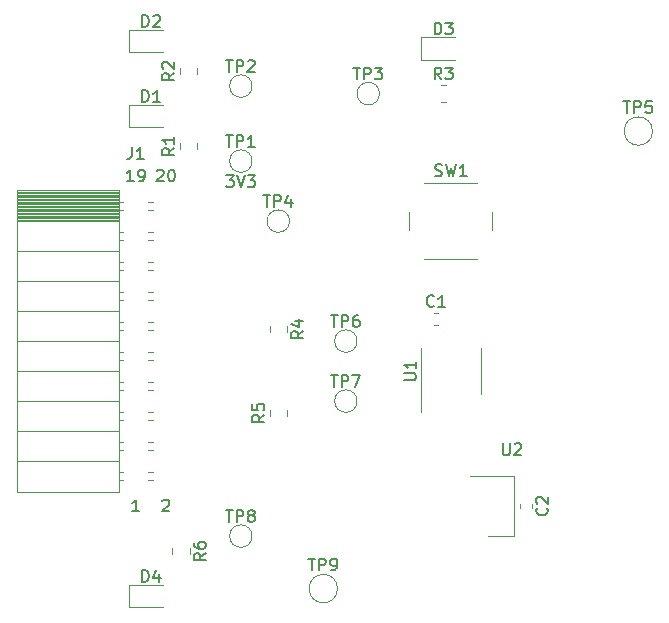
<source format=gbr>
%TF.GenerationSoftware,KiCad,Pcbnew,(6.0.7)*%
%TF.CreationDate,2022-10-05T11:52:24+02:00*%
%TF.ProjectId,STK3700_Expansion_board,53544b33-3730-4305-9f45-7870616e7369,rev?*%
%TF.SameCoordinates,Original*%
%TF.FileFunction,Legend,Top*%
%TF.FilePolarity,Positive*%
%FSLAX46Y46*%
G04 Gerber Fmt 4.6, Leading zero omitted, Abs format (unit mm)*
G04 Created by KiCad (PCBNEW (6.0.7)) date 2022-10-05 11:52:24*
%MOMM*%
%LPD*%
G01*
G04 APERTURE LIST*
%ADD10C,0.150000*%
%ADD11C,0.120000*%
G04 APERTURE END LIST*
D10*
%TO.C,U1*%
X83682380Y-74421904D02*
X84491904Y-74421904D01*
X84587142Y-74374285D01*
X84634761Y-74326666D01*
X84682380Y-74231428D01*
X84682380Y-74040952D01*
X84634761Y-73945714D01*
X84587142Y-73898095D01*
X84491904Y-73850476D01*
X83682380Y-73850476D01*
X84682380Y-72850476D02*
X84682380Y-73421904D01*
X84682380Y-73136190D02*
X83682380Y-73136190D01*
X83825238Y-73231428D01*
X83920476Y-73326666D01*
X83968095Y-73421904D01*
%TO.C,U2*%
X92038095Y-79772380D02*
X92038095Y-80581904D01*
X92085714Y-80677142D01*
X92133333Y-80724761D01*
X92228571Y-80772380D01*
X92419047Y-80772380D01*
X92514285Y-80724761D01*
X92561904Y-80677142D01*
X92609523Y-80581904D01*
X92609523Y-79772380D01*
X93038095Y-79867619D02*
X93085714Y-79820000D01*
X93180952Y-79772380D01*
X93419047Y-79772380D01*
X93514285Y-79820000D01*
X93561904Y-79867619D01*
X93609523Y-79962857D01*
X93609523Y-80058095D01*
X93561904Y-80200952D01*
X92990476Y-80772380D01*
X93609523Y-80772380D01*
%TO.C,TP1*%
X68588095Y-53684380D02*
X69159523Y-53684380D01*
X68873809Y-54684380D02*
X68873809Y-53684380D01*
X69492857Y-54684380D02*
X69492857Y-53684380D01*
X69873809Y-53684380D01*
X69969047Y-53732000D01*
X70016666Y-53779619D01*
X70064285Y-53874857D01*
X70064285Y-54017714D01*
X70016666Y-54112952D01*
X69969047Y-54160571D01*
X69873809Y-54208190D01*
X69492857Y-54208190D01*
X71016666Y-54684380D02*
X70445238Y-54684380D01*
X70730952Y-54684380D02*
X70730952Y-53684380D01*
X70635714Y-53827238D01*
X70540476Y-53922476D01*
X70445238Y-53970095D01*
X68611904Y-57082380D02*
X69230952Y-57082380D01*
X68897619Y-57463333D01*
X69040476Y-57463333D01*
X69135714Y-57510952D01*
X69183333Y-57558571D01*
X69230952Y-57653809D01*
X69230952Y-57891904D01*
X69183333Y-57987142D01*
X69135714Y-58034761D01*
X69040476Y-58082380D01*
X68754761Y-58082380D01*
X68659523Y-58034761D01*
X68611904Y-57987142D01*
X69516666Y-57082380D02*
X69850000Y-58082380D01*
X70183333Y-57082380D01*
X70421428Y-57082380D02*
X71040476Y-57082380D01*
X70707142Y-57463333D01*
X70850000Y-57463333D01*
X70945238Y-57510952D01*
X70992857Y-57558571D01*
X71040476Y-57653809D01*
X71040476Y-57891904D01*
X70992857Y-57987142D01*
X70945238Y-58034761D01*
X70850000Y-58082380D01*
X70564285Y-58082380D01*
X70469047Y-58034761D01*
X70421428Y-57987142D01*
%TO.C,TP2*%
X68588095Y-47334380D02*
X69159523Y-47334380D01*
X68873809Y-48334380D02*
X68873809Y-47334380D01*
X69492857Y-48334380D02*
X69492857Y-47334380D01*
X69873809Y-47334380D01*
X69969047Y-47382000D01*
X70016666Y-47429619D01*
X70064285Y-47524857D01*
X70064285Y-47667714D01*
X70016666Y-47762952D01*
X69969047Y-47810571D01*
X69873809Y-47858190D01*
X69492857Y-47858190D01*
X70445238Y-47429619D02*
X70492857Y-47382000D01*
X70588095Y-47334380D01*
X70826190Y-47334380D01*
X70921428Y-47382000D01*
X70969047Y-47429619D01*
X71016666Y-47524857D01*
X71016666Y-47620095D01*
X70969047Y-47762952D01*
X70397619Y-48334380D01*
X71016666Y-48334380D01*
%TO.C,TP3*%
X79383095Y-47969380D02*
X79954523Y-47969380D01*
X79668809Y-48969380D02*
X79668809Y-47969380D01*
X80287857Y-48969380D02*
X80287857Y-47969380D01*
X80668809Y-47969380D01*
X80764047Y-48017000D01*
X80811666Y-48064619D01*
X80859285Y-48159857D01*
X80859285Y-48302714D01*
X80811666Y-48397952D01*
X80764047Y-48445571D01*
X80668809Y-48493190D01*
X80287857Y-48493190D01*
X81192619Y-47969380D02*
X81811666Y-47969380D01*
X81478333Y-48350333D01*
X81621190Y-48350333D01*
X81716428Y-48397952D01*
X81764047Y-48445571D01*
X81811666Y-48540809D01*
X81811666Y-48778904D01*
X81764047Y-48874142D01*
X81716428Y-48921761D01*
X81621190Y-48969380D01*
X81335476Y-48969380D01*
X81240238Y-48921761D01*
X81192619Y-48874142D01*
%TO.C,TP4*%
X71763095Y-58764380D02*
X72334523Y-58764380D01*
X72048809Y-59764380D02*
X72048809Y-58764380D01*
X72667857Y-59764380D02*
X72667857Y-58764380D01*
X73048809Y-58764380D01*
X73144047Y-58812000D01*
X73191666Y-58859619D01*
X73239285Y-58954857D01*
X73239285Y-59097714D01*
X73191666Y-59192952D01*
X73144047Y-59240571D01*
X73048809Y-59288190D01*
X72667857Y-59288190D01*
X74096428Y-59097714D02*
X74096428Y-59764380D01*
X73858333Y-58716761D02*
X73620238Y-59431047D01*
X74239285Y-59431047D01*
%TO.C,TP6*%
X77478095Y-68924380D02*
X78049523Y-68924380D01*
X77763809Y-69924380D02*
X77763809Y-68924380D01*
X78382857Y-69924380D02*
X78382857Y-68924380D01*
X78763809Y-68924380D01*
X78859047Y-68972000D01*
X78906666Y-69019619D01*
X78954285Y-69114857D01*
X78954285Y-69257714D01*
X78906666Y-69352952D01*
X78859047Y-69400571D01*
X78763809Y-69448190D01*
X78382857Y-69448190D01*
X79811428Y-68924380D02*
X79620952Y-68924380D01*
X79525714Y-68972000D01*
X79478095Y-69019619D01*
X79382857Y-69162476D01*
X79335238Y-69352952D01*
X79335238Y-69733904D01*
X79382857Y-69829142D01*
X79430476Y-69876761D01*
X79525714Y-69924380D01*
X79716190Y-69924380D01*
X79811428Y-69876761D01*
X79859047Y-69829142D01*
X79906666Y-69733904D01*
X79906666Y-69495809D01*
X79859047Y-69400571D01*
X79811428Y-69352952D01*
X79716190Y-69305333D01*
X79525714Y-69305333D01*
X79430476Y-69352952D01*
X79382857Y-69400571D01*
X79335238Y-69495809D01*
%TO.C,TP7*%
X77478095Y-74004380D02*
X78049523Y-74004380D01*
X77763809Y-75004380D02*
X77763809Y-74004380D01*
X78382857Y-75004380D02*
X78382857Y-74004380D01*
X78763809Y-74004380D01*
X78859047Y-74052000D01*
X78906666Y-74099619D01*
X78954285Y-74194857D01*
X78954285Y-74337714D01*
X78906666Y-74432952D01*
X78859047Y-74480571D01*
X78763809Y-74528190D01*
X78382857Y-74528190D01*
X79287619Y-74004380D02*
X79954285Y-74004380D01*
X79525714Y-75004380D01*
%TO.C,TP8*%
X68588095Y-85434380D02*
X69159523Y-85434380D01*
X68873809Y-86434380D02*
X68873809Y-85434380D01*
X69492857Y-86434380D02*
X69492857Y-85434380D01*
X69873809Y-85434380D01*
X69969047Y-85482000D01*
X70016666Y-85529619D01*
X70064285Y-85624857D01*
X70064285Y-85767714D01*
X70016666Y-85862952D01*
X69969047Y-85910571D01*
X69873809Y-85958190D01*
X69492857Y-85958190D01*
X70635714Y-85862952D02*
X70540476Y-85815333D01*
X70492857Y-85767714D01*
X70445238Y-85672476D01*
X70445238Y-85624857D01*
X70492857Y-85529619D01*
X70540476Y-85482000D01*
X70635714Y-85434380D01*
X70826190Y-85434380D01*
X70921428Y-85482000D01*
X70969047Y-85529619D01*
X71016666Y-85624857D01*
X71016666Y-85672476D01*
X70969047Y-85767714D01*
X70921428Y-85815333D01*
X70826190Y-85862952D01*
X70635714Y-85862952D01*
X70540476Y-85910571D01*
X70492857Y-85958190D01*
X70445238Y-86053428D01*
X70445238Y-86243904D01*
X70492857Y-86339142D01*
X70540476Y-86386761D01*
X70635714Y-86434380D01*
X70826190Y-86434380D01*
X70921428Y-86386761D01*
X70969047Y-86339142D01*
X71016666Y-86243904D01*
X71016666Y-86053428D01*
X70969047Y-85958190D01*
X70921428Y-85910571D01*
X70826190Y-85862952D01*
%TO.C,TP5*%
X102243095Y-50794380D02*
X102814523Y-50794380D01*
X102528809Y-51794380D02*
X102528809Y-50794380D01*
X103147857Y-51794380D02*
X103147857Y-50794380D01*
X103528809Y-50794380D01*
X103624047Y-50842000D01*
X103671666Y-50889619D01*
X103719285Y-50984857D01*
X103719285Y-51127714D01*
X103671666Y-51222952D01*
X103624047Y-51270571D01*
X103528809Y-51318190D01*
X103147857Y-51318190D01*
X104624047Y-50794380D02*
X104147857Y-50794380D01*
X104100238Y-51270571D01*
X104147857Y-51222952D01*
X104243095Y-51175333D01*
X104481190Y-51175333D01*
X104576428Y-51222952D01*
X104624047Y-51270571D01*
X104671666Y-51365809D01*
X104671666Y-51603904D01*
X104624047Y-51699142D01*
X104576428Y-51746761D01*
X104481190Y-51794380D01*
X104243095Y-51794380D01*
X104147857Y-51746761D01*
X104100238Y-51699142D01*
%TO.C,TP9*%
X75573095Y-89529380D02*
X76144523Y-89529380D01*
X75858809Y-90529380D02*
X75858809Y-89529380D01*
X76477857Y-90529380D02*
X76477857Y-89529380D01*
X76858809Y-89529380D01*
X76954047Y-89577000D01*
X77001666Y-89624619D01*
X77049285Y-89719857D01*
X77049285Y-89862714D01*
X77001666Y-89957952D01*
X76954047Y-90005571D01*
X76858809Y-90053190D01*
X76477857Y-90053190D01*
X77525476Y-90529380D02*
X77715952Y-90529380D01*
X77811190Y-90481761D01*
X77858809Y-90434142D01*
X77954047Y-90291285D01*
X78001666Y-90100809D01*
X78001666Y-89719857D01*
X77954047Y-89624619D01*
X77906428Y-89577000D01*
X77811190Y-89529380D01*
X77620714Y-89529380D01*
X77525476Y-89577000D01*
X77477857Y-89624619D01*
X77430238Y-89719857D01*
X77430238Y-89957952D01*
X77477857Y-90053190D01*
X77525476Y-90100809D01*
X77620714Y-90148428D01*
X77811190Y-90148428D01*
X77906428Y-90100809D01*
X77954047Y-90053190D01*
X78001666Y-89957952D01*
%TO.C,SW1*%
X86296666Y-57114761D02*
X86439523Y-57162380D01*
X86677619Y-57162380D01*
X86772857Y-57114761D01*
X86820476Y-57067142D01*
X86868095Y-56971904D01*
X86868095Y-56876666D01*
X86820476Y-56781428D01*
X86772857Y-56733809D01*
X86677619Y-56686190D01*
X86487142Y-56638571D01*
X86391904Y-56590952D01*
X86344285Y-56543333D01*
X86296666Y-56448095D01*
X86296666Y-56352857D01*
X86344285Y-56257619D01*
X86391904Y-56210000D01*
X86487142Y-56162380D01*
X86725238Y-56162380D01*
X86868095Y-56210000D01*
X87201428Y-56162380D02*
X87439523Y-57162380D01*
X87630000Y-56448095D01*
X87820476Y-57162380D01*
X88058571Y-56162380D01*
X88963333Y-57162380D02*
X88391904Y-57162380D01*
X88677619Y-57162380D02*
X88677619Y-56162380D01*
X88582380Y-56305238D01*
X88487142Y-56400476D01*
X88391904Y-56448095D01*
%TO.C,R4*%
X75127380Y-70270666D02*
X74651190Y-70604000D01*
X75127380Y-70842095D02*
X74127380Y-70842095D01*
X74127380Y-70461142D01*
X74175000Y-70365904D01*
X74222619Y-70318285D01*
X74317857Y-70270666D01*
X74460714Y-70270666D01*
X74555952Y-70318285D01*
X74603571Y-70365904D01*
X74651190Y-70461142D01*
X74651190Y-70842095D01*
X74460714Y-69413523D02*
X75127380Y-69413523D01*
X74079761Y-69651619D02*
X74794047Y-69889714D01*
X74794047Y-69270666D01*
%TO.C,R5*%
X71827380Y-77366666D02*
X71351190Y-77700000D01*
X71827380Y-77938095D02*
X70827380Y-77938095D01*
X70827380Y-77557142D01*
X70875000Y-77461904D01*
X70922619Y-77414285D01*
X71017857Y-77366666D01*
X71160714Y-77366666D01*
X71255952Y-77414285D01*
X71303571Y-77461904D01*
X71351190Y-77557142D01*
X71351190Y-77938095D01*
X70827380Y-76461904D02*
X70827380Y-76938095D01*
X71303571Y-76985714D01*
X71255952Y-76938095D01*
X71208333Y-76842857D01*
X71208333Y-76604761D01*
X71255952Y-76509523D01*
X71303571Y-76461904D01*
X71398809Y-76414285D01*
X71636904Y-76414285D01*
X71732142Y-76461904D01*
X71779761Y-76509523D01*
X71827380Y-76604761D01*
X71827380Y-76842857D01*
X71779761Y-76938095D01*
X71732142Y-76985714D01*
%TO.C,R6*%
X66872380Y-89066666D02*
X66396190Y-89400000D01*
X66872380Y-89638095D02*
X65872380Y-89638095D01*
X65872380Y-89257142D01*
X65920000Y-89161904D01*
X65967619Y-89114285D01*
X66062857Y-89066666D01*
X66205714Y-89066666D01*
X66300952Y-89114285D01*
X66348571Y-89161904D01*
X66396190Y-89257142D01*
X66396190Y-89638095D01*
X65872380Y-88209523D02*
X65872380Y-88400000D01*
X65920000Y-88495238D01*
X65967619Y-88542857D01*
X66110476Y-88638095D01*
X66300952Y-88685714D01*
X66681904Y-88685714D01*
X66777142Y-88638095D01*
X66824761Y-88590476D01*
X66872380Y-88495238D01*
X66872380Y-88304761D01*
X66824761Y-88209523D01*
X66777142Y-88161904D01*
X66681904Y-88114285D01*
X66443809Y-88114285D01*
X66348571Y-88161904D01*
X66300952Y-88209523D01*
X66253333Y-88304761D01*
X66253333Y-88495238D01*
X66300952Y-88590476D01*
X66348571Y-88638095D01*
X66443809Y-88685714D01*
%TO.C,R1*%
X64207380Y-54776666D02*
X63731190Y-55110000D01*
X64207380Y-55348095D02*
X63207380Y-55348095D01*
X63207380Y-54967142D01*
X63255000Y-54871904D01*
X63302619Y-54824285D01*
X63397857Y-54776666D01*
X63540714Y-54776666D01*
X63635952Y-54824285D01*
X63683571Y-54871904D01*
X63731190Y-54967142D01*
X63731190Y-55348095D01*
X64207380Y-53824285D02*
X64207380Y-54395714D01*
X64207380Y-54110000D02*
X63207380Y-54110000D01*
X63350238Y-54205238D01*
X63445476Y-54300476D01*
X63493095Y-54395714D01*
%TO.C,R2*%
X64207380Y-48426666D02*
X63731190Y-48760000D01*
X64207380Y-48998095D02*
X63207380Y-48998095D01*
X63207380Y-48617142D01*
X63255000Y-48521904D01*
X63302619Y-48474285D01*
X63397857Y-48426666D01*
X63540714Y-48426666D01*
X63635952Y-48474285D01*
X63683571Y-48521904D01*
X63731190Y-48617142D01*
X63731190Y-48998095D01*
X63302619Y-48045714D02*
X63255000Y-47998095D01*
X63207380Y-47902857D01*
X63207380Y-47664761D01*
X63255000Y-47569523D01*
X63302619Y-47521904D01*
X63397857Y-47474285D01*
X63493095Y-47474285D01*
X63635952Y-47521904D01*
X64207380Y-48093333D01*
X64207380Y-47474285D01*
%TO.C,R3*%
X86828333Y-48967380D02*
X86495000Y-48491190D01*
X86256904Y-48967380D02*
X86256904Y-47967380D01*
X86637857Y-47967380D01*
X86733095Y-48015000D01*
X86780714Y-48062619D01*
X86828333Y-48157857D01*
X86828333Y-48300714D01*
X86780714Y-48395952D01*
X86733095Y-48443571D01*
X86637857Y-48491190D01*
X86256904Y-48491190D01*
X87161666Y-47967380D02*
X87780714Y-47967380D01*
X87447380Y-48348333D01*
X87590238Y-48348333D01*
X87685476Y-48395952D01*
X87733095Y-48443571D01*
X87780714Y-48538809D01*
X87780714Y-48776904D01*
X87733095Y-48872142D01*
X87685476Y-48919761D01*
X87590238Y-48967380D01*
X87304523Y-48967380D01*
X87209285Y-48919761D01*
X87161666Y-48872142D01*
%TO.C,J1*%
X60626666Y-54697380D02*
X60626666Y-55411666D01*
X60579047Y-55554523D01*
X60483809Y-55649761D01*
X60340952Y-55697380D01*
X60245714Y-55697380D01*
X61626666Y-55697380D02*
X61055238Y-55697380D01*
X61340952Y-55697380D02*
X61340952Y-54697380D01*
X61245714Y-54840238D01*
X61150476Y-54935476D01*
X61055238Y-54983095D01*
X63214285Y-84637619D02*
X63261904Y-84590000D01*
X63357142Y-84542380D01*
X63595238Y-84542380D01*
X63690476Y-84590000D01*
X63738095Y-84637619D01*
X63785714Y-84732857D01*
X63785714Y-84828095D01*
X63738095Y-84970952D01*
X63166666Y-85542380D01*
X63785714Y-85542380D01*
X61245714Y-85542380D02*
X60674285Y-85542380D01*
X60960000Y-85542380D02*
X60960000Y-84542380D01*
X60864761Y-84685238D01*
X60769523Y-84780476D01*
X60674285Y-84828095D01*
X60769523Y-57602380D02*
X60198095Y-57602380D01*
X60483809Y-57602380D02*
X60483809Y-56602380D01*
X60388571Y-56745238D01*
X60293333Y-56840476D01*
X60198095Y-56888095D01*
X61245714Y-57602380D02*
X61436190Y-57602380D01*
X61531428Y-57554761D01*
X61579047Y-57507142D01*
X61674285Y-57364285D01*
X61721904Y-57173809D01*
X61721904Y-56792857D01*
X61674285Y-56697619D01*
X61626666Y-56650000D01*
X61531428Y-56602380D01*
X61340952Y-56602380D01*
X61245714Y-56650000D01*
X61198095Y-56697619D01*
X61150476Y-56792857D01*
X61150476Y-57030952D01*
X61198095Y-57126190D01*
X61245714Y-57173809D01*
X61340952Y-57221428D01*
X61531428Y-57221428D01*
X61626666Y-57173809D01*
X61674285Y-57126190D01*
X61721904Y-57030952D01*
X62738095Y-56697619D02*
X62785714Y-56650000D01*
X62880952Y-56602380D01*
X63119047Y-56602380D01*
X63214285Y-56650000D01*
X63261904Y-56697619D01*
X63309523Y-56792857D01*
X63309523Y-56888095D01*
X63261904Y-57030952D01*
X62690476Y-57602380D01*
X63309523Y-57602380D01*
X63928571Y-56602380D02*
X64023809Y-56602380D01*
X64119047Y-56650000D01*
X64166666Y-56697619D01*
X64214285Y-56792857D01*
X64261904Y-56983333D01*
X64261904Y-57221428D01*
X64214285Y-57411904D01*
X64166666Y-57507142D01*
X64119047Y-57554761D01*
X64023809Y-57602380D01*
X63928571Y-57602380D01*
X63833333Y-57554761D01*
X63785714Y-57507142D01*
X63738095Y-57411904D01*
X63690476Y-57221428D01*
X63690476Y-56983333D01*
X63738095Y-56792857D01*
X63785714Y-56697619D01*
X63833333Y-56650000D01*
X63928571Y-56602380D01*
%TO.C,D4*%
X61491904Y-91512380D02*
X61491904Y-90512380D01*
X61730000Y-90512380D01*
X61872857Y-90560000D01*
X61968095Y-90655238D01*
X62015714Y-90750476D01*
X62063333Y-90940952D01*
X62063333Y-91083809D01*
X62015714Y-91274285D01*
X61968095Y-91369523D01*
X61872857Y-91464761D01*
X61730000Y-91512380D01*
X61491904Y-91512380D01*
X62920476Y-90845714D02*
X62920476Y-91512380D01*
X62682380Y-90464761D02*
X62444285Y-91179047D01*
X63063333Y-91179047D01*
%TO.C,D1*%
X61491904Y-50872380D02*
X61491904Y-49872380D01*
X61730000Y-49872380D01*
X61872857Y-49920000D01*
X61968095Y-50015238D01*
X62015714Y-50110476D01*
X62063333Y-50300952D01*
X62063333Y-50443809D01*
X62015714Y-50634285D01*
X61968095Y-50729523D01*
X61872857Y-50824761D01*
X61730000Y-50872380D01*
X61491904Y-50872380D01*
X63015714Y-50872380D02*
X62444285Y-50872380D01*
X62730000Y-50872380D02*
X62730000Y-49872380D01*
X62634761Y-50015238D01*
X62539523Y-50110476D01*
X62444285Y-50158095D01*
%TO.C,D2*%
X61491904Y-44522380D02*
X61491904Y-43522380D01*
X61730000Y-43522380D01*
X61872857Y-43570000D01*
X61968095Y-43665238D01*
X62015714Y-43760476D01*
X62063333Y-43950952D01*
X62063333Y-44093809D01*
X62015714Y-44284285D01*
X61968095Y-44379523D01*
X61872857Y-44474761D01*
X61730000Y-44522380D01*
X61491904Y-44522380D01*
X62444285Y-43617619D02*
X62491904Y-43570000D01*
X62587142Y-43522380D01*
X62825238Y-43522380D01*
X62920476Y-43570000D01*
X62968095Y-43617619D01*
X63015714Y-43712857D01*
X63015714Y-43808095D01*
X62968095Y-43950952D01*
X62396666Y-44522380D01*
X63015714Y-44522380D01*
%TO.C,D3*%
X86256904Y-45157380D02*
X86256904Y-44157380D01*
X86495000Y-44157380D01*
X86637857Y-44205000D01*
X86733095Y-44300238D01*
X86780714Y-44395476D01*
X86828333Y-44585952D01*
X86828333Y-44728809D01*
X86780714Y-44919285D01*
X86733095Y-45014523D01*
X86637857Y-45109761D01*
X86495000Y-45157380D01*
X86256904Y-45157380D01*
X87161666Y-44157380D02*
X87780714Y-44157380D01*
X87447380Y-44538333D01*
X87590238Y-44538333D01*
X87685476Y-44585952D01*
X87733095Y-44633571D01*
X87780714Y-44728809D01*
X87780714Y-44966904D01*
X87733095Y-45062142D01*
X87685476Y-45109761D01*
X87590238Y-45157380D01*
X87304523Y-45157380D01*
X87209285Y-45109761D01*
X87161666Y-45062142D01*
%TO.C,C2*%
X95767142Y-85256666D02*
X95814761Y-85304285D01*
X95862380Y-85447142D01*
X95862380Y-85542380D01*
X95814761Y-85685238D01*
X95719523Y-85780476D01*
X95624285Y-85828095D01*
X95433809Y-85875714D01*
X95290952Y-85875714D01*
X95100476Y-85828095D01*
X95005238Y-85780476D01*
X94910000Y-85685238D01*
X94862380Y-85542380D01*
X94862380Y-85447142D01*
X94910000Y-85304285D01*
X94957619Y-85256666D01*
X94957619Y-84875714D02*
X94910000Y-84828095D01*
X94862380Y-84732857D01*
X94862380Y-84494761D01*
X94910000Y-84399523D01*
X94957619Y-84351904D01*
X95052857Y-84304285D01*
X95148095Y-84304285D01*
X95290952Y-84351904D01*
X95862380Y-84923333D01*
X95862380Y-84304285D01*
%TO.C,C1*%
X86193333Y-68142142D02*
X86145714Y-68189761D01*
X86002857Y-68237380D01*
X85907619Y-68237380D01*
X85764761Y-68189761D01*
X85669523Y-68094523D01*
X85621904Y-67999285D01*
X85574285Y-67808809D01*
X85574285Y-67665952D01*
X85621904Y-67475476D01*
X85669523Y-67380238D01*
X85764761Y-67285000D01*
X85907619Y-67237380D01*
X86002857Y-67237380D01*
X86145714Y-67285000D01*
X86193333Y-67332619D01*
X87145714Y-68237380D02*
X86574285Y-68237380D01*
X86860000Y-68237380D02*
X86860000Y-67237380D01*
X86764761Y-67380238D01*
X86669523Y-67475476D01*
X86574285Y-67523095D01*
D11*
%TO.C,U1*%
X85070000Y-73660000D02*
X85070000Y-77110000D01*
X90190000Y-73660000D02*
X90190000Y-71710000D01*
X90190000Y-73660000D02*
X90190000Y-75610000D01*
X85070000Y-73660000D02*
X85070000Y-71710000D01*
%TO.C,U2*%
X93010000Y-82530000D02*
X89260000Y-82530000D01*
X93010000Y-82530000D02*
X93010000Y-87650000D01*
X93010000Y-87650000D02*
X90760000Y-87650000D01*
%TO.C,TP1*%
X70800000Y-55880000D02*
G75*
G03*
X70800000Y-55880000I-950000J0D01*
G01*
%TO.C,TP2*%
X70800000Y-49530000D02*
G75*
G03*
X70800000Y-49530000I-950000J0D01*
G01*
%TO.C,TP3*%
X81595000Y-50165000D02*
G75*
G03*
X81595000Y-50165000I-950000J0D01*
G01*
%TO.C,TP4*%
X73975000Y-60960000D02*
G75*
G03*
X73975000Y-60960000I-950000J0D01*
G01*
%TO.C,TP6*%
X79690000Y-71120000D02*
G75*
G03*
X79690000Y-71120000I-950000J0D01*
G01*
%TO.C,TP7*%
X79690000Y-76200000D02*
G75*
G03*
X79690000Y-76200000I-950000J0D01*
G01*
%TO.C,TP8*%
X70800000Y-87630000D02*
G75*
G03*
X70800000Y-87630000I-950000J0D01*
G01*
%TO.C,TP5*%
X104705000Y-53340000D02*
G75*
G03*
X104705000Y-53340000I-1200000J0D01*
G01*
%TO.C,TP9*%
X78035000Y-92075000D02*
G75*
G03*
X78035000Y-92075000I-1200000J0D01*
G01*
%TO.C,SW1*%
X85380000Y-64210000D02*
X89880000Y-64210000D01*
X84130000Y-60210000D02*
X84130000Y-61710000D01*
X89880000Y-57710000D02*
X85380000Y-57710000D01*
X91130000Y-61710000D02*
X91130000Y-60210000D01*
%TO.C,R4*%
X72290000Y-69876936D02*
X72290000Y-70331064D01*
X73760000Y-69876936D02*
X73760000Y-70331064D01*
%TO.C,R5*%
X73760000Y-77427064D02*
X73760000Y-76972936D01*
X72290000Y-77427064D02*
X72290000Y-76972936D01*
%TO.C,R6*%
X65505000Y-88672936D02*
X65505000Y-89127064D01*
X64035000Y-88672936D02*
X64035000Y-89127064D01*
%TO.C,R1*%
X64670000Y-54837064D02*
X64670000Y-54382936D01*
X66140000Y-54837064D02*
X66140000Y-54382936D01*
%TO.C,R2*%
X66140000Y-48487064D02*
X66140000Y-48032936D01*
X64670000Y-48487064D02*
X64670000Y-48032936D01*
%TO.C,R3*%
X86767936Y-49430000D02*
X87222064Y-49430000D01*
X86767936Y-50900000D02*
X87222064Y-50900000D01*
%TO.C,J1*%
X50870000Y-58952380D02*
X59500000Y-58952380D01*
X50870000Y-59779045D02*
X59500000Y-59779045D01*
X59500000Y-61870000D02*
X59910000Y-61870000D01*
X50870000Y-60723805D02*
X59500000Y-60723805D01*
X50870000Y-59424760D02*
X59500000Y-59424760D01*
X62010000Y-72030000D02*
X62450000Y-72030000D01*
X62010000Y-67670000D02*
X62450000Y-67670000D01*
X50870000Y-81280000D02*
X59500000Y-81280000D01*
X62010000Y-60050000D02*
X62390000Y-60050000D01*
X62010000Y-82190000D02*
X62450000Y-82190000D01*
X59500000Y-80370000D02*
X59910000Y-80370000D01*
X59500000Y-67670000D02*
X59910000Y-67670000D01*
X50870000Y-60960000D02*
X59500000Y-60960000D01*
X59500000Y-79650000D02*
X59910000Y-79650000D01*
X62010000Y-72750000D02*
X62450000Y-72750000D01*
X59500000Y-69490000D02*
X59910000Y-69490000D01*
X50870000Y-58360000D02*
X50870000Y-83880000D01*
X62010000Y-70210000D02*
X62450000Y-70210000D01*
X50870000Y-59306665D02*
X59500000Y-59306665D01*
X59500000Y-82910000D02*
X59910000Y-82910000D01*
X62010000Y-75290000D02*
X62450000Y-75290000D01*
X59500000Y-77830000D02*
X59910000Y-77830000D01*
X50870000Y-58360000D02*
X59500000Y-58360000D01*
X50870000Y-60605710D02*
X59500000Y-60605710D01*
X59500000Y-64410000D02*
X59910000Y-64410000D01*
X62010000Y-77830000D02*
X62450000Y-77830000D01*
X62010000Y-64410000D02*
X62450000Y-64410000D01*
X50870000Y-71120000D02*
X59500000Y-71120000D01*
X62010000Y-65130000D02*
X62450000Y-65130000D01*
X62010000Y-62590000D02*
X62450000Y-62590000D01*
X50870000Y-58598095D02*
X59500000Y-58598095D01*
X59500000Y-70210000D02*
X59910000Y-70210000D01*
X50870000Y-78740000D02*
X59500000Y-78740000D01*
X50870000Y-60841900D02*
X59500000Y-60841900D01*
X62010000Y-80370000D02*
X62450000Y-80370000D01*
X50870000Y-60487615D02*
X59500000Y-60487615D01*
X50870000Y-58716190D02*
X59500000Y-58716190D01*
X50870000Y-60015235D02*
X59500000Y-60015235D01*
X50870000Y-73660000D02*
X59500000Y-73660000D01*
X50870000Y-66040000D02*
X59500000Y-66040000D01*
X62010000Y-61870000D02*
X62450000Y-61870000D01*
X50870000Y-59070475D02*
X59500000Y-59070475D01*
X59500000Y-75290000D02*
X59910000Y-75290000D01*
X59500000Y-58360000D02*
X59500000Y-83880000D01*
X59500000Y-62590000D02*
X59910000Y-62590000D01*
X62010000Y-79650000D02*
X62450000Y-79650000D01*
X59500000Y-77110000D02*
X59910000Y-77110000D01*
X62010000Y-69490000D02*
X62450000Y-69490000D01*
X62010000Y-66950000D02*
X62450000Y-66950000D01*
X59500000Y-72030000D02*
X59910000Y-72030000D01*
X50870000Y-58834285D02*
X59500000Y-58834285D01*
X59500000Y-82190000D02*
X59910000Y-82190000D01*
X50870000Y-63500000D02*
X59500000Y-63500000D01*
X50870000Y-60251425D02*
X59500000Y-60251425D01*
X62010000Y-74570000D02*
X62450000Y-74570000D01*
X50870000Y-60133330D02*
X59500000Y-60133330D01*
X50870000Y-60369520D02*
X59500000Y-60369520D01*
X59500000Y-74570000D02*
X59910000Y-74570000D01*
X59500000Y-59330000D02*
X59910000Y-59330000D01*
X59500000Y-66950000D02*
X59910000Y-66950000D01*
X50870000Y-59188570D02*
X59500000Y-59188570D01*
X62010000Y-77110000D02*
X62450000Y-77110000D01*
X50870000Y-68580000D02*
X59500000Y-68580000D01*
X50870000Y-59660950D02*
X59500000Y-59660950D01*
X50870000Y-59542855D02*
X59500000Y-59542855D01*
X62010000Y-59330000D02*
X62390000Y-59330000D01*
X50870000Y-59897140D02*
X59500000Y-59897140D01*
X50870000Y-58480000D02*
X59500000Y-58480000D01*
X50870000Y-83880000D02*
X59500000Y-83880000D01*
X59500000Y-60050000D02*
X59910000Y-60050000D01*
X50870000Y-76200000D02*
X59500000Y-76200000D01*
X62010000Y-82910000D02*
X62450000Y-82910000D01*
X59500000Y-72750000D02*
X59910000Y-72750000D01*
X59500000Y-65130000D02*
X59910000Y-65130000D01*
%TO.C,D4*%
X60370000Y-91750000D02*
X60370000Y-93670000D01*
X63230000Y-91750000D02*
X60370000Y-91750000D01*
X60370000Y-93670000D02*
X63230000Y-93670000D01*
%TO.C,D1*%
X60370000Y-51110000D02*
X60370000Y-53030000D01*
X63230000Y-51110000D02*
X60370000Y-51110000D01*
X60370000Y-53030000D02*
X63230000Y-53030000D01*
%TO.C,D2*%
X60370000Y-44760000D02*
X60370000Y-46680000D01*
X63230000Y-44760000D02*
X60370000Y-44760000D01*
X60370000Y-46680000D02*
X63230000Y-46680000D01*
%TO.C,D3*%
X85135000Y-45395000D02*
X85135000Y-47315000D01*
X87995000Y-45395000D02*
X85135000Y-45395000D01*
X85135000Y-47315000D02*
X87995000Y-47315000D01*
%TO.C,C2*%
X93470000Y-84943733D02*
X93470000Y-85236267D01*
X94490000Y-84943733D02*
X94490000Y-85236267D01*
%TO.C,C1*%
X86213733Y-69725000D02*
X86506267Y-69725000D01*
X86213733Y-68705000D02*
X86506267Y-68705000D01*
%TD*%
M02*

</source>
